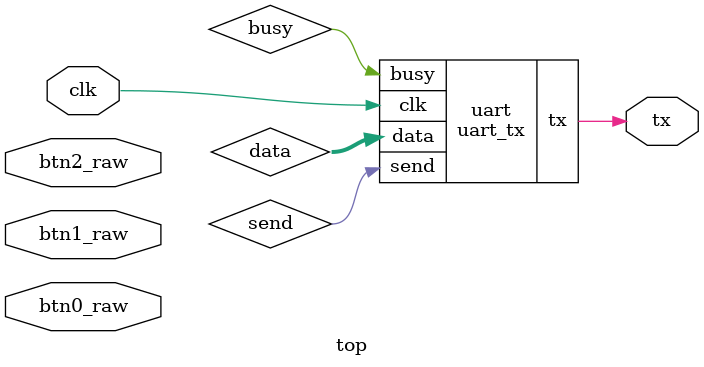
<source format=v>
/* Generated by Yosys 0.33+6 (git sha1 41b34a193, x86_64-conda-linux-gnu-cc 11.2.0 -fvisibility-inlines-hidden -fmessage-length=0 -march=nocona -mtune=haswell -ftree-vectorize -fPIC -fstack-protector-strong -fno-plt -O2 -ffunction-sections -fdebug-prefix-map=/root/conda-eda/conda-eda/workdir/conda-env/conda-bld/yosys_1694128612374/work=/usr/local/src/conda/yosys-0.33_7_g41b34a193 -fdebug-prefix-map=/home/alpamama/miniconda3/envs/digital=/usr/local/src/conda-prefix -fPIC -Os -fno-merge-constants) */

(* src = "debounce.v:1.1-19.10" *)
module debounce(clk, button_in, button_out);
  (* src = "debounce.v:16.24-16.35" *)
  (* unused_bits = "20 21 22 23 24 25 26 27 28 29 30 31" *)
  wire [31:0] _00_;
  wire _01_;
  wire _02_;
  (* src = "debounce.v:13.22-13.44" *)
  wire _03_;
  (* src = "debounce.v:10.13-10.38" *)
  wire _04_;
  (* src = "debounce.v:3.11-3.20" *)
  input button_in;
  wire button_in;
  (* src = "debounce.v:4.16-4.26" *)
  output button_out;
  reg button_out;
  (* src = "debounce.v:7.9-7.21" *)
  reg button_state;
  (* src = "debounce.v:2.11-2.14" *)
  input clk;
  wire clk;
  (* src = "debounce.v:6.16-6.23" *)
  reg [19:0] counter;
  assign _00_ = counter + (* src = "debounce.v:16.24-16.35" *) 32'd1;
  (* src = "debounce.v:9.5-18.8" *)
  always @(posedge clk)
    if (_01_) button_out <= button_state;
  (* src = "debounce.v:9.5-18.8" *)
  always @(posedge clk)
    if (_04_) counter <= 20'h00000;
    else if (!_03_) counter <= _00_[19:0];
  (* src = "debounce.v:9.5-18.8" *)
  always @(posedge clk)
    if (_04_) button_state <= button_in;
  assign _02_ = ~ _04_;
  assign _01_ = & { _02_, _03_ };
  assign _03_ = counter == (* src = "debounce.v:13.22-13.44" *) 20'h7a120;
  assign _04_ = button_in != (* src = "debounce.v:10.13-10.38" *) button_state;
endmodule

(* top =  1  *)
(* src = "top.v:4.1-51.10" *)
module top(clk, btn0_raw, btn1_raw, btn2_raw, tx);
  (* src = "top.v:6.12-6.20" *)
  input btn0_raw;
  wire btn0_raw;
  (* src = "top.v:7.12-7.20" *)
  input btn1_raw;
  wire btn1_raw;
  (* src = "top.v:8.12-8.20" *)
  input btn2_raw;
  wire btn2_raw;
  (* src = "top.v:31.16-31.20" *)
  wire busy;
  (* src = "top.v:5.12-5.15" *)
  input clk;
  wire clk;
  (* src = "top.v:30.16-30.20" *)
  wire [7:0] data;
  (* src = "top.v:29.16-29.20" *)
  wire send;
  (* src = "top.v:9.12-9.14" *)
  output tx;
  wire tx;
  (* module_not_derived = 32'd1 *)
  (* src = "top.v:43.13-49.6" *)
  uart_tx uart (
    .busy(busy),
    .clk(clk),
    .data(data),
    .send(send),
    .tx(tx)
  );
endmodule

(* src = "uart_tx.v:1.1-40.10" *)
module uart_tx(clk, tx_data, tx_start, tx);
  (* src = "uart_tx.v:15.5-39.8" *)
  wire [15:0] _00_;
  (* src = "uart_tx.v:15.5-39.8" *)
  wire [3:0] _01_;
  (* src = "uart_tx.v:15.5-39.8" *)
  wire _02_;
  (* src = "uart_tx.v:27.33-27.44" *)
  (* unused_bits = "16 17 18 19 20 21 22 23 24 25 26 27 28 29 30 31" *)
  wire [31:0] _03_;
  (* src = "uart_tx.v:30.26-30.35" *)
  (* unused_bits = "4 5 6 7 8 9 10 11 12 13 14 15 16 17 18 19 20 21 22 23 24 25 26 27 28 29 30 31" *)
  wire [31:0] _04_;
  wire _05_;
  wire _06_;
  wire _07_;
  wire _08_;
  wire _09_;
  wire _10_;
  wire _11_;
  wire _12_;
  wire _13_;
  (* src = "uart_tx.v:23.20-23.41" *)
  wire _14_;
  wire _15_;
  wire [3:0] _16_;
  wire _17_;
  wire [3:0] _18_;
  wire [6:0] _19_;
  wire _20_;
  wire [3:0] _21_;
  wire _22_;
  wire [3:0] _23_;
  wire _24_;
  wire _25_;
  wire _26_;
  wire _27_;
  wire [15:0] _28_;
  wire [15:0] _29_;
  (* src = "uart_tx.v:0.0-0.0" *)
  wire _30_;
  (* src = "uart_tx.v:31.33-31.40" *)
  wire [31:0] _31_;
  (* src = "uart_tx.v:2.11-2.14" *)
  input clk;
  wire clk;
  (* src = "uart_tx.v:12.16-12.23" *)
  reg [15:0] counter = 16'h0000;
  (* src = "uart_tx.v:13.15-13.24" *)
  reg [7:0] shift_reg;
  (* src = "uart_tx.v:11.15-11.20" *)
  reg [3:0] state = 4'h0;
  (* src = "uart_tx.v:5.16-5.18" *)
  output tx;
  reg tx;
  (* src = "uart_tx.v:3.17-3.24" *)
  input [7:0] tx_data;
  wire [7:0] tx_data;
  (* src = "uart_tx.v:4.11-4.19" *)
  input tx_start;
  wire tx_start;
  assign _04_ = state + (* src = "uart_tx.v:30.26-30.35" *) 32'd1;
  assign _03_ = counter + (* src = "uart_tx.v:37.33-37.44" *) 32'd1;
  (* src = "uart_tx.v:15.5-39.8" *)
  always @(posedge clk)
    if (_10_) counter <= _00_;
  (* src = "uart_tx.v:15.5-39.8" *)
  always @(posedge clk)
    if (_11_) state <= _01_;
  (* src = "uart_tx.v:15.5-39.8" *)
  always @(posedge clk)
    if (_12_) shift_reg <= tx_data;
  (* src = "uart_tx.v:15.5-39.8" *)
  always @(posedge clk)
    if (_11_) tx <= _02_;
  assign _05_ = { _15_, tx_start } != 2'h2;
  assign _06_ = | { _15_, _22_, _20_, _17_ };
  assign _07_ = { _17_, _14_ } != 2'h2;
  assign _08_ = { _20_, _14_ } != 2'h2;
  assign _09_ = { _22_, _14_ } != 2'h2;
  assign _10_ = & { _05_, _06_ };
  assign _11_ = & { _05_, _06_, _09_, _08_, _07_ };
  assign _12_ = & { _15_, tx_start };
  assign _13_ = | { _22_, _19_, _17_ };
  assign _14_ = counter == (* src = "uart_tx.v:33.20-33.41" *) 16'h00d8;
  assign _16_ = _14_ ? (* full_case = 32'd1 *) (* src = "uart_tx.v:33.20-33.41|uart_tx.v:33.16-37.45" *) 4'h0 : 4'hx;
  function [3:0] _49_;
    input [3:0] a;
    input [15:0] b;
    input [3:0] s;
    (* src = "uart_tx.v:0.0-0.0|uart_tx.v:16.9-38.16" *)
    (* parallel_case *)
    casez (s)
      4'b???1:
        _49_ = b[3:0];
      4'b??1?:
        _49_ = b[7:4];
      4'b?1??:
        _49_ = b[11:8];
      4'b1???:
        _49_ = b[15:12];
      default:
        _49_ = a;
    endcase
  endfunction
  assign _01_ = _49_(4'hx, { _23_, _21_, _18_, _16_ }, { _15_, _22_, _20_, _17_ });
  assign _18_ = _14_ ? (* full_case = 32'd1 *) (* src = "uart_tx.v:28.32-28.53|uart_tx.v:28.28-32.45" *) _04_[3:0] : 4'hx;
  assign _21_ = _14_ ? (* full_case = 32'd1 *) (* src = "uart_tx.v:23.20-23.41|uart_tx.v:23.16-27.45" *) 4'h2 : 4'hx;
  assign _23_ = tx_start ? (* src = "uart_tx.v:17.20-17.28|uart_tx.v:17.16-22.16" *) 4'h1 : 4'hx;
  assign _24_ = _14_ ? (* full_case = 32'd1 *) (* src = "uart_tx.v:33.20-33.41|uart_tx.v:33.16-37.45" *) 1'h1 : 1'hx;
  function [0:0] _54_;
    input [0:0] a;
    input [3:0] b;
    input [3:0] s;
    (* src = "uart_tx.v:0.0-0.0|uart_tx.v:16.9-38.16" *)
    (* parallel_case *)
    casez (s)
      4'b???1:
        _54_ = b[0:0];
      4'b??1?:
        _54_ = b[1:1];
      4'b?1??:
        _54_ = b[2:2];
      4'b1???:
        _54_ = b[3:3];
      default:
        _54_ = a;
    endcase
  endfunction
  assign _02_ = _54_(1'hx, { _27_, _26_, _25_, _24_ }, { _15_, _22_, _20_, _17_ });
  assign _25_ = _14_ ? (* full_case = 32'd1 *) (* src = "uart_tx.v:28.32-28.53|uart_tx.v:28.28-32.45" *) _30_ : 1'hx;
  assign _26_ = _14_ ? (* full_case = 32'd1 *) (* src = "uart_tx.v:23.20-23.41|uart_tx.v:23.16-27.45" *) shift_reg[0] : 1'hx;
  assign _27_ = tx_start ? (* src = "uart_tx.v:17.20-17.28|uart_tx.v:17.16-22.16" *) 1'h0 : 1'hx;
  function [15:0] _58_;
    input [15:0] a;
    input [31:0] b;
    input [1:0] s;
    (* src = "uart_tx.v:0.0-0.0|uart_tx.v:16.9-38.16" *)
    (* parallel_case *)
    casez (s)
      2'b?1:
        _58_ = b[15:0];
      2'b1?:
        _58_ = b[31:16];
      default:
        _58_ = a;
    endcase
  endfunction
  assign _00_ = _58_(16'hxxxx, { _29_, _28_ }, { _15_, _13_ });
  assign _17_ = state == (* src = "uart_tx.v:0.0-0.0|uart_tx.v:16.9-38.16" *) 4'h9;
  assign _20_ = | (* src = "uart_tx.v:0.0-0.0|uart_tx.v:16.9-38.16" *) _19_;
  assign _19_[0] = state == (* src = "uart_tx.v:0.0-0.0|uart_tx.v:16.9-38.16" *) 4'h2;
  assign _19_[1] = state == (* src = "uart_tx.v:0.0-0.0|uart_tx.v:16.9-38.16" *) 4'h3;
  assign _19_[2] = state == (* src = "uart_tx.v:0.0-0.0|uart_tx.v:16.9-38.16" *) 4'h4;
  assign _19_[3] = state == (* src = "uart_tx.v:0.0-0.0|uart_tx.v:16.9-38.16" *) 4'h5;
  assign _19_[4] = state == (* src = "uart_tx.v:0.0-0.0|uart_tx.v:16.9-38.16" *) 4'h6;
  assign _19_[5] = state == (* src = "uart_tx.v:0.0-0.0|uart_tx.v:16.9-38.16" *) 4'h7;
  assign _19_[6] = state == (* src = "uart_tx.v:0.0-0.0|uart_tx.v:16.9-38.16" *) 4'h8;
  assign _28_ = _14_ ? (* full_case = 32'd1 *) (* src = "uart_tx.v:23.20-23.41|uart_tx.v:23.16-27.45" *) 16'h0000 : _03_[15:0];
  assign _22_ = state == (* src = "uart_tx.v:0.0-0.0|uart_tx.v:16.9-38.16" *) 4'h1;
  assign _29_ = tx_start ? (* src = "uart_tx.v:17.20-17.28|uart_tx.v:17.16-22.16" *) 16'h0000 : 16'hxxxx;
  assign _15_ = ! (* src = "uart_tx.v:0.0-0.0|uart_tx.v:16.9-38.16" *) state;
  wire [7:0] _74_ = shift_reg;
  assign _30_ = _74_[$signed(_31_) +: 1];
  assign _31_ = state - (* src = "uart_tx.v:31.33-31.40" *) 32'd1;
endmodule

</source>
